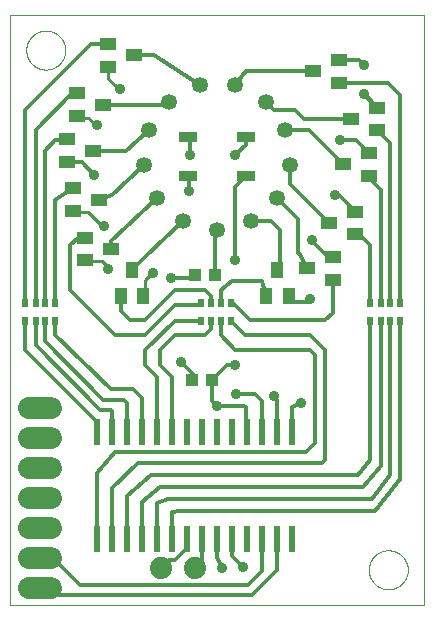
<source format=gtl>
G75*
%MOIN*%
%OFA0B0*%
%FSLAX25Y25*%
%IPPOS*%
%LPD*%
%AMOC8*
5,1,8,0,0,1.08239X$1,22.5*
%
%ADD10C,0.00000*%
%ADD11C,0.05307*%
%ADD12R,0.05512X0.03937*%
%ADD13R,0.02200X0.09000*%
%ADD14R,0.03937X0.05512*%
%ADD15R,0.05906X0.03543*%
%ADD16C,0.07400*%
%ADD17C,0.07400*%
%ADD18R,0.02362X0.03150*%
%ADD19R,0.01969X0.03150*%
%ADD20R,0.04331X0.03937*%
%ADD21C,0.03562*%
%ADD22C,0.01000*%
%ADD23C,0.01200*%
%ADD24C,0.01600*%
D10*
X0007524Y0003094D02*
X0007524Y0199944D01*
X0145319Y0199944D01*
X0145319Y0003094D01*
X0007524Y0003094D01*
X0127008Y0014905D02*
X0127010Y0015066D01*
X0127016Y0015226D01*
X0127026Y0015387D01*
X0127040Y0015547D01*
X0127058Y0015707D01*
X0127079Y0015866D01*
X0127105Y0016025D01*
X0127135Y0016183D01*
X0127168Y0016340D01*
X0127206Y0016497D01*
X0127247Y0016652D01*
X0127292Y0016806D01*
X0127341Y0016959D01*
X0127394Y0017111D01*
X0127450Y0017262D01*
X0127511Y0017411D01*
X0127574Y0017559D01*
X0127642Y0017705D01*
X0127713Y0017849D01*
X0127787Y0017991D01*
X0127865Y0018132D01*
X0127947Y0018270D01*
X0128032Y0018407D01*
X0128120Y0018541D01*
X0128212Y0018673D01*
X0128307Y0018803D01*
X0128405Y0018931D01*
X0128506Y0019056D01*
X0128610Y0019178D01*
X0128717Y0019298D01*
X0128827Y0019415D01*
X0128940Y0019530D01*
X0129056Y0019641D01*
X0129175Y0019750D01*
X0129296Y0019855D01*
X0129420Y0019958D01*
X0129546Y0020058D01*
X0129674Y0020154D01*
X0129805Y0020247D01*
X0129939Y0020337D01*
X0130074Y0020424D01*
X0130212Y0020507D01*
X0130351Y0020587D01*
X0130493Y0020663D01*
X0130636Y0020736D01*
X0130781Y0020805D01*
X0130928Y0020871D01*
X0131076Y0020933D01*
X0131226Y0020991D01*
X0131377Y0021046D01*
X0131530Y0021097D01*
X0131684Y0021144D01*
X0131839Y0021187D01*
X0131995Y0021226D01*
X0132151Y0021262D01*
X0132309Y0021293D01*
X0132467Y0021321D01*
X0132626Y0021345D01*
X0132786Y0021365D01*
X0132946Y0021381D01*
X0133106Y0021393D01*
X0133267Y0021401D01*
X0133428Y0021405D01*
X0133588Y0021405D01*
X0133749Y0021401D01*
X0133910Y0021393D01*
X0134070Y0021381D01*
X0134230Y0021365D01*
X0134390Y0021345D01*
X0134549Y0021321D01*
X0134707Y0021293D01*
X0134865Y0021262D01*
X0135021Y0021226D01*
X0135177Y0021187D01*
X0135332Y0021144D01*
X0135486Y0021097D01*
X0135639Y0021046D01*
X0135790Y0020991D01*
X0135940Y0020933D01*
X0136088Y0020871D01*
X0136235Y0020805D01*
X0136380Y0020736D01*
X0136523Y0020663D01*
X0136665Y0020587D01*
X0136804Y0020507D01*
X0136942Y0020424D01*
X0137077Y0020337D01*
X0137211Y0020247D01*
X0137342Y0020154D01*
X0137470Y0020058D01*
X0137596Y0019958D01*
X0137720Y0019855D01*
X0137841Y0019750D01*
X0137960Y0019641D01*
X0138076Y0019530D01*
X0138189Y0019415D01*
X0138299Y0019298D01*
X0138406Y0019178D01*
X0138510Y0019056D01*
X0138611Y0018931D01*
X0138709Y0018803D01*
X0138804Y0018673D01*
X0138896Y0018541D01*
X0138984Y0018407D01*
X0139069Y0018270D01*
X0139151Y0018132D01*
X0139229Y0017991D01*
X0139303Y0017849D01*
X0139374Y0017705D01*
X0139442Y0017559D01*
X0139505Y0017411D01*
X0139566Y0017262D01*
X0139622Y0017111D01*
X0139675Y0016959D01*
X0139724Y0016806D01*
X0139769Y0016652D01*
X0139810Y0016497D01*
X0139848Y0016340D01*
X0139881Y0016183D01*
X0139911Y0016025D01*
X0139937Y0015866D01*
X0139958Y0015707D01*
X0139976Y0015547D01*
X0139990Y0015387D01*
X0140000Y0015226D01*
X0140006Y0015066D01*
X0140008Y0014905D01*
X0140006Y0014744D01*
X0140000Y0014584D01*
X0139990Y0014423D01*
X0139976Y0014263D01*
X0139958Y0014103D01*
X0139937Y0013944D01*
X0139911Y0013785D01*
X0139881Y0013627D01*
X0139848Y0013470D01*
X0139810Y0013313D01*
X0139769Y0013158D01*
X0139724Y0013004D01*
X0139675Y0012851D01*
X0139622Y0012699D01*
X0139566Y0012548D01*
X0139505Y0012399D01*
X0139442Y0012251D01*
X0139374Y0012105D01*
X0139303Y0011961D01*
X0139229Y0011819D01*
X0139151Y0011678D01*
X0139069Y0011540D01*
X0138984Y0011403D01*
X0138896Y0011269D01*
X0138804Y0011137D01*
X0138709Y0011007D01*
X0138611Y0010879D01*
X0138510Y0010754D01*
X0138406Y0010632D01*
X0138299Y0010512D01*
X0138189Y0010395D01*
X0138076Y0010280D01*
X0137960Y0010169D01*
X0137841Y0010060D01*
X0137720Y0009955D01*
X0137596Y0009852D01*
X0137470Y0009752D01*
X0137342Y0009656D01*
X0137211Y0009563D01*
X0137077Y0009473D01*
X0136942Y0009386D01*
X0136804Y0009303D01*
X0136665Y0009223D01*
X0136523Y0009147D01*
X0136380Y0009074D01*
X0136235Y0009005D01*
X0136088Y0008939D01*
X0135940Y0008877D01*
X0135790Y0008819D01*
X0135639Y0008764D01*
X0135486Y0008713D01*
X0135332Y0008666D01*
X0135177Y0008623D01*
X0135021Y0008584D01*
X0134865Y0008548D01*
X0134707Y0008517D01*
X0134549Y0008489D01*
X0134390Y0008465D01*
X0134230Y0008445D01*
X0134070Y0008429D01*
X0133910Y0008417D01*
X0133749Y0008409D01*
X0133588Y0008405D01*
X0133428Y0008405D01*
X0133267Y0008409D01*
X0133106Y0008417D01*
X0132946Y0008429D01*
X0132786Y0008445D01*
X0132626Y0008465D01*
X0132467Y0008489D01*
X0132309Y0008517D01*
X0132151Y0008548D01*
X0131995Y0008584D01*
X0131839Y0008623D01*
X0131684Y0008666D01*
X0131530Y0008713D01*
X0131377Y0008764D01*
X0131226Y0008819D01*
X0131076Y0008877D01*
X0130928Y0008939D01*
X0130781Y0009005D01*
X0130636Y0009074D01*
X0130493Y0009147D01*
X0130351Y0009223D01*
X0130212Y0009303D01*
X0130074Y0009386D01*
X0129939Y0009473D01*
X0129805Y0009563D01*
X0129674Y0009656D01*
X0129546Y0009752D01*
X0129420Y0009852D01*
X0129296Y0009955D01*
X0129175Y0010060D01*
X0129056Y0010169D01*
X0128940Y0010280D01*
X0128827Y0010395D01*
X0128717Y0010512D01*
X0128610Y0010632D01*
X0128506Y0010754D01*
X0128405Y0010879D01*
X0128307Y0011007D01*
X0128212Y0011137D01*
X0128120Y0011269D01*
X0128032Y0011403D01*
X0127947Y0011540D01*
X0127865Y0011678D01*
X0127787Y0011819D01*
X0127713Y0011961D01*
X0127642Y0012105D01*
X0127574Y0012251D01*
X0127511Y0012399D01*
X0127450Y0012548D01*
X0127394Y0012699D01*
X0127341Y0012851D01*
X0127292Y0013004D01*
X0127247Y0013158D01*
X0127206Y0013313D01*
X0127168Y0013470D01*
X0127135Y0013627D01*
X0127105Y0013785D01*
X0127079Y0013944D01*
X0127058Y0014103D01*
X0127040Y0014263D01*
X0127026Y0014423D01*
X0127016Y0014584D01*
X0127010Y0014744D01*
X0127008Y0014905D01*
X0012835Y0188133D02*
X0012837Y0188294D01*
X0012843Y0188454D01*
X0012853Y0188615D01*
X0012867Y0188775D01*
X0012885Y0188935D01*
X0012906Y0189094D01*
X0012932Y0189253D01*
X0012962Y0189411D01*
X0012995Y0189568D01*
X0013033Y0189725D01*
X0013074Y0189880D01*
X0013119Y0190034D01*
X0013168Y0190187D01*
X0013221Y0190339D01*
X0013277Y0190490D01*
X0013338Y0190639D01*
X0013401Y0190787D01*
X0013469Y0190933D01*
X0013540Y0191077D01*
X0013614Y0191219D01*
X0013692Y0191360D01*
X0013774Y0191498D01*
X0013859Y0191635D01*
X0013947Y0191769D01*
X0014039Y0191901D01*
X0014134Y0192031D01*
X0014232Y0192159D01*
X0014333Y0192284D01*
X0014437Y0192406D01*
X0014544Y0192526D01*
X0014654Y0192643D01*
X0014767Y0192758D01*
X0014883Y0192869D01*
X0015002Y0192978D01*
X0015123Y0193083D01*
X0015247Y0193186D01*
X0015373Y0193286D01*
X0015501Y0193382D01*
X0015632Y0193475D01*
X0015766Y0193565D01*
X0015901Y0193652D01*
X0016039Y0193735D01*
X0016178Y0193815D01*
X0016320Y0193891D01*
X0016463Y0193964D01*
X0016608Y0194033D01*
X0016755Y0194099D01*
X0016903Y0194161D01*
X0017053Y0194219D01*
X0017204Y0194274D01*
X0017357Y0194325D01*
X0017511Y0194372D01*
X0017666Y0194415D01*
X0017822Y0194454D01*
X0017978Y0194490D01*
X0018136Y0194521D01*
X0018294Y0194549D01*
X0018453Y0194573D01*
X0018613Y0194593D01*
X0018773Y0194609D01*
X0018933Y0194621D01*
X0019094Y0194629D01*
X0019255Y0194633D01*
X0019415Y0194633D01*
X0019576Y0194629D01*
X0019737Y0194621D01*
X0019897Y0194609D01*
X0020057Y0194593D01*
X0020217Y0194573D01*
X0020376Y0194549D01*
X0020534Y0194521D01*
X0020692Y0194490D01*
X0020848Y0194454D01*
X0021004Y0194415D01*
X0021159Y0194372D01*
X0021313Y0194325D01*
X0021466Y0194274D01*
X0021617Y0194219D01*
X0021767Y0194161D01*
X0021915Y0194099D01*
X0022062Y0194033D01*
X0022207Y0193964D01*
X0022350Y0193891D01*
X0022492Y0193815D01*
X0022631Y0193735D01*
X0022769Y0193652D01*
X0022904Y0193565D01*
X0023038Y0193475D01*
X0023169Y0193382D01*
X0023297Y0193286D01*
X0023423Y0193186D01*
X0023547Y0193083D01*
X0023668Y0192978D01*
X0023787Y0192869D01*
X0023903Y0192758D01*
X0024016Y0192643D01*
X0024126Y0192526D01*
X0024233Y0192406D01*
X0024337Y0192284D01*
X0024438Y0192159D01*
X0024536Y0192031D01*
X0024631Y0191901D01*
X0024723Y0191769D01*
X0024811Y0191635D01*
X0024896Y0191498D01*
X0024978Y0191360D01*
X0025056Y0191219D01*
X0025130Y0191077D01*
X0025201Y0190933D01*
X0025269Y0190787D01*
X0025332Y0190639D01*
X0025393Y0190490D01*
X0025449Y0190339D01*
X0025502Y0190187D01*
X0025551Y0190034D01*
X0025596Y0189880D01*
X0025637Y0189725D01*
X0025675Y0189568D01*
X0025708Y0189411D01*
X0025738Y0189253D01*
X0025764Y0189094D01*
X0025785Y0188935D01*
X0025803Y0188775D01*
X0025817Y0188615D01*
X0025827Y0188454D01*
X0025833Y0188294D01*
X0025835Y0188133D01*
X0025833Y0187972D01*
X0025827Y0187812D01*
X0025817Y0187651D01*
X0025803Y0187491D01*
X0025785Y0187331D01*
X0025764Y0187172D01*
X0025738Y0187013D01*
X0025708Y0186855D01*
X0025675Y0186698D01*
X0025637Y0186541D01*
X0025596Y0186386D01*
X0025551Y0186232D01*
X0025502Y0186079D01*
X0025449Y0185927D01*
X0025393Y0185776D01*
X0025332Y0185627D01*
X0025269Y0185479D01*
X0025201Y0185333D01*
X0025130Y0185189D01*
X0025056Y0185047D01*
X0024978Y0184906D01*
X0024896Y0184768D01*
X0024811Y0184631D01*
X0024723Y0184497D01*
X0024631Y0184365D01*
X0024536Y0184235D01*
X0024438Y0184107D01*
X0024337Y0183982D01*
X0024233Y0183860D01*
X0024126Y0183740D01*
X0024016Y0183623D01*
X0023903Y0183508D01*
X0023787Y0183397D01*
X0023668Y0183288D01*
X0023547Y0183183D01*
X0023423Y0183080D01*
X0023297Y0182980D01*
X0023169Y0182884D01*
X0023038Y0182791D01*
X0022904Y0182701D01*
X0022769Y0182614D01*
X0022631Y0182531D01*
X0022492Y0182451D01*
X0022350Y0182375D01*
X0022207Y0182302D01*
X0022062Y0182233D01*
X0021915Y0182167D01*
X0021767Y0182105D01*
X0021617Y0182047D01*
X0021466Y0181992D01*
X0021313Y0181941D01*
X0021159Y0181894D01*
X0021004Y0181851D01*
X0020848Y0181812D01*
X0020692Y0181776D01*
X0020534Y0181745D01*
X0020376Y0181717D01*
X0020217Y0181693D01*
X0020057Y0181673D01*
X0019897Y0181657D01*
X0019737Y0181645D01*
X0019576Y0181637D01*
X0019415Y0181633D01*
X0019255Y0181633D01*
X0019094Y0181637D01*
X0018933Y0181645D01*
X0018773Y0181657D01*
X0018613Y0181673D01*
X0018453Y0181693D01*
X0018294Y0181717D01*
X0018136Y0181745D01*
X0017978Y0181776D01*
X0017822Y0181812D01*
X0017666Y0181851D01*
X0017511Y0181894D01*
X0017357Y0181941D01*
X0017204Y0181992D01*
X0017053Y0182047D01*
X0016903Y0182105D01*
X0016755Y0182167D01*
X0016608Y0182233D01*
X0016463Y0182302D01*
X0016320Y0182375D01*
X0016178Y0182451D01*
X0016039Y0182531D01*
X0015901Y0182614D01*
X0015766Y0182701D01*
X0015632Y0182791D01*
X0015501Y0182884D01*
X0015373Y0182980D01*
X0015247Y0183080D01*
X0015123Y0183183D01*
X0015002Y0183288D01*
X0014883Y0183397D01*
X0014767Y0183508D01*
X0014654Y0183623D01*
X0014544Y0183740D01*
X0014437Y0183860D01*
X0014333Y0183982D01*
X0014232Y0184107D01*
X0014134Y0184235D01*
X0014039Y0184365D01*
X0013947Y0184497D01*
X0013859Y0184631D01*
X0013774Y0184768D01*
X0013692Y0184906D01*
X0013614Y0185047D01*
X0013540Y0185189D01*
X0013469Y0185333D01*
X0013401Y0185479D01*
X0013338Y0185627D01*
X0013277Y0185776D01*
X0013221Y0185927D01*
X0013168Y0186079D01*
X0013119Y0186232D01*
X0013074Y0186386D01*
X0013033Y0186541D01*
X0012995Y0186698D01*
X0012962Y0186855D01*
X0012932Y0187013D01*
X0012906Y0187172D01*
X0012885Y0187331D01*
X0012867Y0187491D01*
X0012853Y0187651D01*
X0012843Y0187812D01*
X0012837Y0187972D01*
X0012835Y0188133D01*
D11*
X0052230Y0149763D03*
X0053636Y0161342D03*
X0060262Y0170941D03*
X0070590Y0176362D03*
X0082254Y0176362D03*
X0092582Y0170941D03*
X0099208Y0161342D03*
X0100614Y0149763D03*
X0096478Y0138856D03*
X0087747Y0131122D03*
X0076422Y0128330D03*
X0065097Y0131122D03*
X0056366Y0138856D03*
D12*
X0041172Y0121880D03*
X0032511Y0125620D03*
X0032511Y0118140D03*
X0028500Y0134545D03*
X0028500Y0142026D03*
X0026408Y0150871D03*
X0026408Y0158351D03*
X0029826Y0166262D03*
X0029826Y0173742D03*
X0038488Y0170002D03*
X0040105Y0182637D03*
X0040105Y0190117D03*
X0048767Y0186377D03*
X0035069Y0154611D03*
X0037162Y0138285D03*
X0106303Y0115389D03*
X0114965Y0111649D03*
X0114965Y0119130D03*
X0122325Y0126788D03*
X0122325Y0134268D03*
X0113664Y0130528D03*
X0127114Y0146281D03*
X0127114Y0153761D03*
X0129901Y0161500D03*
X0129901Y0168980D03*
X0121239Y0165240D03*
X0117017Y0177293D03*
X0117017Y0184773D03*
X0108355Y0181033D03*
X0118453Y0150021D03*
D13*
X0101435Y0060914D03*
X0096435Y0060914D03*
X0091435Y0060914D03*
X0086435Y0060914D03*
X0081435Y0060914D03*
X0076435Y0060914D03*
X0071435Y0060914D03*
X0066435Y0060914D03*
X0061435Y0060914D03*
X0056435Y0060914D03*
X0051435Y0060914D03*
X0046435Y0060914D03*
X0041435Y0060914D03*
X0036435Y0060914D03*
X0036435Y0025314D03*
X0041435Y0025314D03*
X0046435Y0025314D03*
X0051435Y0025314D03*
X0056435Y0025314D03*
X0061435Y0025314D03*
X0066435Y0025314D03*
X0071435Y0025314D03*
X0076435Y0025314D03*
X0081435Y0025314D03*
X0086435Y0025314D03*
X0091435Y0025314D03*
X0096435Y0025314D03*
X0101435Y0025314D03*
D14*
X0100288Y0106072D03*
X0096548Y0114733D03*
X0092808Y0106072D03*
X0051812Y0106052D03*
X0048071Y0114714D03*
X0044331Y0106052D03*
D15*
X0066776Y0146204D03*
X0066776Y0159196D03*
X0086067Y0159196D03*
X0086067Y0146204D03*
D16*
X0021067Y0068999D02*
X0013667Y0068999D01*
X0013667Y0058999D02*
X0021067Y0058999D01*
X0021067Y0048999D02*
X0013667Y0048999D01*
X0013667Y0038999D02*
X0021067Y0038999D01*
X0021067Y0028999D02*
X0013667Y0028999D01*
X0013667Y0018999D02*
X0021067Y0018999D01*
X0021067Y0008999D02*
X0013667Y0008999D01*
D17*
X0057824Y0015594D03*
X0069224Y0015594D03*
D18*
X0071004Y0097818D03*
X0071004Y0103724D03*
X0081044Y0103724D03*
X0081044Y0097818D03*
X0127504Y0097818D03*
X0127504Y0103724D03*
X0137544Y0103724D03*
X0137544Y0097818D03*
X0022504Y0097818D03*
X0022504Y0103724D03*
X0012465Y0103724D03*
X0012465Y0097818D03*
D19*
X0015910Y0097818D03*
X0019060Y0097818D03*
X0019060Y0103724D03*
X0015910Y0103724D03*
X0074449Y0103724D03*
X0077599Y0103724D03*
X0077599Y0097818D03*
X0074449Y0097818D03*
X0130949Y0097818D03*
X0134099Y0097818D03*
X0134099Y0103724D03*
X0130949Y0103724D03*
D20*
X0075871Y0113094D03*
X0069178Y0113094D03*
X0068178Y0078094D03*
X0074871Y0078094D03*
D21*
X0076524Y0069594D03*
X0082721Y0073566D03*
X0082524Y0083094D03*
X0095319Y0072779D03*
X0104331Y0070629D03*
X0107544Y0105263D03*
X0107918Y0124747D03*
X0115792Y0139708D03*
X0117524Y0158094D03*
X0125355Y0173491D03*
X0125516Y0183015D03*
X0082524Y0153094D03*
X0067524Y0153094D03*
X0067024Y0141094D03*
X0082524Y0118094D03*
X0061024Y0112094D03*
X0055162Y0113724D03*
X0040201Y0115299D03*
X0038627Y0129472D03*
X0035524Y0146594D03*
X0036264Y0163330D03*
X0044138Y0175141D03*
X0064524Y0084094D03*
X0078024Y0015594D03*
X0085221Y0015799D03*
D22*
X0100172Y0104004D02*
X0100172Y0105304D01*
X0100288Y0106072D01*
X0112772Y0119704D02*
X0108272Y0124204D01*
X0107918Y0124747D01*
X0112772Y0119704D02*
X0114572Y0119704D01*
X0114965Y0119130D01*
X0122325Y0134268D02*
X0121772Y0135004D01*
X0116372Y0140404D01*
X0115792Y0139708D01*
X0055162Y0113724D02*
X0054272Y0113404D01*
X0052472Y0111604D01*
X0052472Y0106204D01*
X0051812Y0106052D01*
X0040201Y0115299D02*
X0039872Y0116104D01*
X0038072Y0117904D01*
X0032672Y0117904D01*
X0032511Y0118140D01*
X0038072Y0129604D02*
X0038627Y0129472D01*
X0038072Y0129604D02*
X0033572Y0134104D01*
X0029072Y0134104D01*
X0028500Y0134545D01*
X0036264Y0163330D02*
X0035372Y0163804D01*
X0033572Y0165604D01*
X0029972Y0165604D01*
X0029826Y0166262D01*
X0040072Y0178404D02*
X0040105Y0182637D01*
X0040072Y0178404D02*
X0042572Y0176404D01*
X0043472Y0175504D01*
X0044138Y0175141D01*
D23*
X0038488Y0170002D02*
X0057423Y0170002D01*
X0060262Y0170941D01*
X0053636Y0161342D02*
X0046119Y0154611D01*
X0035069Y0154611D01*
X0031247Y0150871D02*
X0035524Y0146594D01*
X0031247Y0150871D02*
X0026408Y0150871D01*
X0026151Y0158094D02*
X0022524Y0158094D01*
X0019060Y0154629D01*
X0019060Y0103724D01*
X0015910Y0103724D02*
X0015910Y0161480D01*
X0027524Y0173094D01*
X0029178Y0173094D01*
X0029826Y0173742D01*
X0026408Y0158351D02*
X0026151Y0158094D01*
X0028500Y0142026D02*
X0022524Y0138094D01*
X0022504Y0103724D01*
X0022504Y0097818D02*
X0022504Y0093114D01*
X0041024Y0075094D01*
X0048524Y0075094D01*
X0051435Y0072183D01*
X0051435Y0060914D01*
X0046524Y0061003D02*
X0046435Y0060914D01*
X0046524Y0061003D02*
X0046524Y0070594D01*
X0045524Y0071594D01*
X0038524Y0071594D01*
X0019060Y0091058D01*
X0019060Y0097818D01*
X0015910Y0097818D02*
X0015910Y0089708D01*
X0037524Y0068094D01*
X0041024Y0068094D01*
X0041435Y0067683D01*
X0041435Y0060914D01*
X0036435Y0060914D02*
X0036435Y0064183D01*
X0012465Y0088153D01*
X0012465Y0097818D01*
X0012465Y0103724D02*
X0012465Y0168035D01*
X0012524Y0168094D02*
X0034548Y0190117D01*
X0040105Y0190117D01*
X0048767Y0186377D02*
X0055297Y0186377D01*
X0070590Y0176362D01*
X0082254Y0176362D02*
X0086139Y0181033D01*
X0108355Y0181033D01*
X0117017Y0177293D02*
X0133325Y0177293D01*
X0137524Y0173094D01*
X0137524Y0103743D01*
X0137544Y0103724D01*
X0134099Y0103724D02*
X0134099Y0157302D01*
X0129901Y0161500D01*
X0122782Y0158094D02*
X0127114Y0153761D01*
X0122782Y0158094D02*
X0117524Y0158094D01*
X0121239Y0165240D02*
X0105378Y0165240D01*
X0102524Y0168094D01*
X0095429Y0168094D01*
X0092582Y0170941D01*
X0099208Y0161342D02*
X0107132Y0161342D01*
X0118453Y0150021D01*
X0127114Y0146281D02*
X0127524Y0145871D01*
X0127524Y0145094D01*
X0130949Y0141669D01*
X0130949Y0103724D01*
X0127504Y0103724D02*
X0127504Y0123074D01*
X0127524Y0123094D01*
X0124009Y0126609D01*
X0122504Y0126609D01*
X0113664Y0130528D02*
X0100614Y0143578D01*
X0100614Y0149763D01*
X0096478Y0138856D02*
X0103524Y0131810D01*
X0103524Y0120594D01*
X0103729Y0120389D01*
X0106303Y0115389D01*
X0107544Y0105263D02*
X0106285Y0104004D01*
X0100172Y0104004D01*
X0092808Y0106072D02*
X0091286Y0111094D01*
X0081524Y0111094D01*
X0077599Y0108169D01*
X0077599Y0103724D01*
X0074449Y0103724D02*
X0074449Y0106169D01*
X0072524Y0108094D01*
X0062524Y0108094D01*
X0052524Y0098094D01*
X0047524Y0098094D01*
X0044331Y0101287D01*
X0044331Y0106052D01*
X0048071Y0114714D02*
X0052796Y0119606D01*
X0065097Y0131122D01*
X0067024Y0141094D02*
X0067024Y0145956D01*
X0066776Y0146204D01*
X0067524Y0153094D02*
X0067524Y0159196D01*
X0066776Y0159196D01*
X0052230Y0149763D02*
X0041542Y0139860D01*
X0037162Y0138285D01*
X0032511Y0125620D02*
X0030050Y0125620D01*
X0027524Y0123094D01*
X0027524Y0108094D01*
X0042524Y0093094D01*
X0052524Y0093094D01*
X0062524Y0103094D01*
X0070375Y0103094D01*
X0071004Y0103724D01*
X0071004Y0097818D02*
X0062249Y0097818D01*
X0052524Y0088094D01*
X0052524Y0083094D01*
X0056435Y0079183D01*
X0056435Y0060914D01*
X0061435Y0060914D02*
X0061435Y0079183D01*
X0057524Y0083094D01*
X0057524Y0088094D01*
X0062524Y0093094D01*
X0072524Y0093094D01*
X0074449Y0095019D01*
X0074449Y0097818D01*
X0077599Y0097818D02*
X0077599Y0093019D01*
X0082524Y0088094D01*
X0107524Y0088094D01*
X0109099Y0086519D01*
X0109099Y0057169D01*
X0106024Y0054275D01*
X0042524Y0054275D01*
X0036435Y0047005D01*
X0036435Y0025314D01*
X0041435Y0025314D02*
X0041435Y0042005D01*
X0050024Y0050338D01*
X0111524Y0050338D01*
X0112024Y0051094D01*
X0112544Y0051614D01*
X0112544Y0088074D01*
X0107524Y0093094D01*
X0085768Y0093094D01*
X0081044Y0097818D01*
X0081044Y0103724D02*
X0081894Y0103724D01*
X0087524Y0098094D01*
X0112524Y0098094D01*
X0114965Y0100535D01*
X0114965Y0111649D01*
X0127504Y0097818D02*
X0127504Y0051574D01*
X0123524Y0046401D01*
X0054524Y0046401D01*
X0046435Y0039505D01*
X0046435Y0025314D01*
X0051435Y0025314D02*
X0051435Y0037505D01*
X0057524Y0042464D01*
X0125024Y0042464D01*
X0131024Y0049594D01*
X0131024Y0085066D01*
X0130949Y0097818D01*
X0134099Y0097818D02*
X0134099Y0046669D01*
X0128024Y0038527D01*
X0060024Y0038527D01*
X0056435Y0037005D01*
X0056435Y0025314D01*
X0061435Y0025314D02*
X0061435Y0034005D01*
X0064024Y0034590D01*
X0129024Y0034590D01*
X0136548Y0043884D01*
X0137544Y0044879D01*
X0137544Y0097818D01*
X0104331Y0070629D02*
X0101435Y0069025D01*
X0101435Y0060914D01*
X0096435Y0060914D02*
X0096435Y0071663D01*
X0095319Y0072779D01*
X0091435Y0071151D02*
X0089020Y0073566D01*
X0082721Y0073566D01*
X0085524Y0069594D02*
X0076524Y0069594D01*
X0074871Y0071247D01*
X0074871Y0078094D01*
X0079871Y0083094D01*
X0082524Y0083094D01*
X0091435Y0071151D02*
X0091435Y0060914D01*
X0086435Y0060914D02*
X0086024Y0061325D01*
X0086024Y0069094D01*
X0085524Y0069594D01*
X0068178Y0078094D02*
X0068524Y0080094D01*
X0064524Y0084094D01*
X0061024Y0112094D02*
X0068178Y0112094D01*
X0069178Y0113094D01*
X0075871Y0113094D02*
X0075871Y0127779D01*
X0076422Y0128330D01*
X0082524Y0118094D02*
X0082524Y0142661D01*
X0086067Y0146204D01*
X0082524Y0153094D02*
X0086067Y0156637D01*
X0086067Y0159196D01*
X0087747Y0131122D02*
X0094496Y0131122D01*
X0097524Y0128094D01*
X0097524Y0115709D01*
X0096548Y0114733D01*
X0056366Y0138856D02*
X0041172Y0124448D01*
X0041172Y0121880D01*
X0066435Y0025314D02*
X0066435Y0022005D01*
X0062524Y0018094D01*
X0060324Y0018094D01*
X0057824Y0015594D01*
X0069224Y0015594D02*
X0071435Y0017805D01*
X0071435Y0025314D01*
X0076435Y0025314D02*
X0076435Y0019183D01*
X0078024Y0015594D01*
X0081435Y0019585D02*
X0081435Y0025314D01*
X0081435Y0019585D02*
X0085221Y0015799D01*
X0086658Y0009787D02*
X0030831Y0009787D01*
X0022524Y0018094D01*
X0022024Y0018094D01*
X0017367Y0018999D01*
X0017367Y0008999D02*
X0021024Y0006637D01*
X0088233Y0006637D01*
X0096435Y0014839D01*
X0096435Y0025314D01*
X0091435Y0025314D02*
X0091435Y0014564D01*
X0086658Y0009787D01*
X0136548Y0043884D02*
X0137544Y0045114D01*
X0125516Y0183015D02*
X0123758Y0184773D01*
X0117017Y0184773D01*
D24*
X0125355Y0173491D02*
X0129866Y0168980D01*
X0129901Y0168980D01*
X0122325Y0126788D02*
X0122504Y0126609D01*
M02*

</source>
